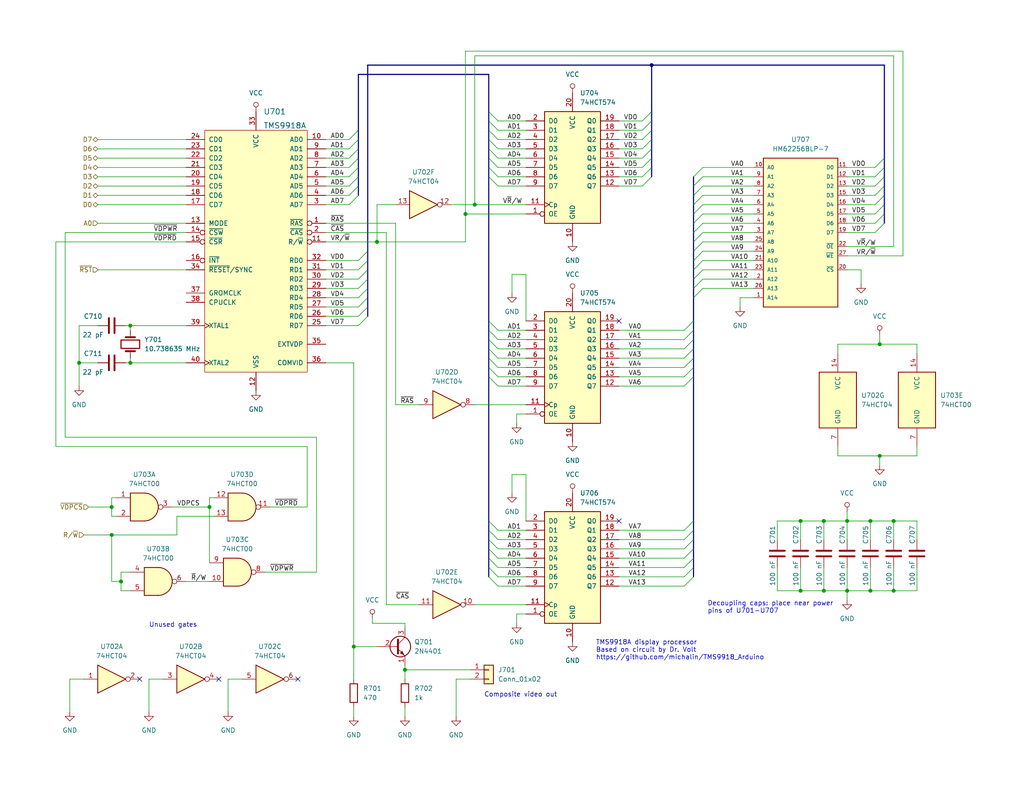
<source format=kicad_sch>
(kicad_sch (version 20211123) (generator eeschema)
  (paper "USLetter")
  (lib_symbols
    (symbol "74xx:74HCT00" (pin_names (offset 1.016))
      (property "Reference" "U" (at 0 1.27 0))
      (property "Value" "74HCT00" (at 0 -1.27 0))
      (symbol "74HCT00_1_1"
        (pin input line (at -7.62 2.54 0) (length 3.81) (name "~") (number "1"))
        (pin input line (at -7.62 -2.54 0) (length 3.81) (name "~") (number "2"))
        (pin output inverted (at 7.62 0 180) (length 3.81) (name "~") (number "3"))
      )
      (symbol "74HCT00_1_2"
        (pin input inverted (at -7.62 2.54 0) (length 4.318) (name "~") (number "1"))
        (pin input inverted (at -7.62 -2.54 0) (length 4.318) (name "~") (number "2"))
        (pin output line (at 7.62 0 180) (length 3.81) (name "~") (number "3"))
      )
      (symbol "74HCT00_2_1"
        (pin input line (at -7.62 2.54 0) (length 3.81) (name "~") (number "4"))
        (pin input line (at -7.62 -2.54 0) (length 3.81) (name "~") (number "5"))
        (pin output inverted (at 7.62 0 180) (length 3.81) (name "~") (number "6"))
      )
      (symbol "74HCT00_2_2"
        (pin input inverted (at -7.62 2.54 0) (length 4.318) (name "~") (number "4"))
        (pin input inverted (at -7.62 -2.54 0) (length 4.318) (name "~") (number "5"))
        (pin output line (at 7.62 0 180) (length 3.81) (name "~") (number "6"))
      )
      (symbol "74HCT00_3_1"
        (pin input line (at -7.62 -2.54 0) (length 3.81) (name "~") (number "10"))
        (pin output inverted (at 7.62 0 180) (length 3.81) (name "~") (number "8"))
        (pin input line (at -7.62 2.54 0) (length 3.81) (name "~") (number "9"))
      )
      (symbol "74HCT00_3_2"
        (pin input inverted (at -7.62 -2.54 0) (length 4.318) (name "~") (number "10"))
        (pin output line (at 7.62 0 180) (length 3.81) (name "~") (number "8"))
        (pin input inverted (at -7.62 2.54 0) (length 4.318) (name "~") (number "9"))
      )
      (symbol "74HCT00_4_1"
        (pin output inverted (at 7.62 0 180) (length 3.81) (name "~") (number "11"))
        (pin input line (at -7.62 2.54 0) (length 3.81) (name "~") (number "12"))
        (pin input line (at -7.62 -2.54 0) (length 3.81) (name "~") (number "13"))
      )
      (symbol "74HCT00_4_2"
        (pin output line (at 7.62 0 180) (length 3.81) (name "~") (number "11"))
        (pin input inverted (at -7.62 2.54 0) (length 4.318) (name "~") (number "12"))
        (pin input inverted (at -7.62 -2.54 0) (length 4.318) (name "~") (number "13"))
      )
      (symbol "74HCT00_5_0"
        (pin power_in line (at 0 12.7 270) (length 5.08) (name "VCC") (number "14"))
        (pin power_in line (at 0 -12.7 90) (length 5.08) (name "GND") (number "7"))
      )
    )
    (symbol "74xx:74HCT04" (pin_names (offset 1.016))
      (property "Reference" "U" (at 0 1.27 0))
      (property "Value" "74HCT04" (at 0 -1.27 0))
      (symbol "74HCT04_1_0"
        (pin input line (at -7.62 0 0) (length 3.81) (name "~") (number "1"))
        (pin output inverted (at 7.62 0 180) (length 3.81) (name "~") (number "2"))
      )
      (symbol "74HCT04_2_0"
        (pin input line (at -7.62 0 0) (length 3.81) (name "~") (number "3"))
        (pin output inverted (at 7.62 0 180) (length 3.81) (name "~") (number "4"))
      )
      (symbol "74HCT04_3_0"
        (pin input line (at -7.62 0 0) (length 3.81) (name "~") (number "5"))
        (pin output inverted (at 7.62 0 180) (length 3.81) (name "~") (number "6"))
      )
      (symbol "74HCT04_4_0"
        (pin output inverted (at 7.62 0 180) (length 3.81) (name "~") (number "8"))
        (pin input line (at -7.62 0 0) (length 3.81) (name "~") (number "9"))
      )
      (symbol "74HCT04_5_0"
        (pin output inverted (at 7.62 0 180) (length 3.81) (name "~") (number "10"))
        (pin input line (at -7.62 0 0) (length 3.81) (name "~") (number "11"))
      )
      (symbol "74HCT04_6_0"
        (pin output inverted (at 7.62 0 180) (length 3.81) (name "~") (number "12"))
        (pin input line (at -7.62 0 0) (length 3.81) (name "~") (number "13"))
      )
      (symbol "74HCT04_7_0"
        (pin power_in line (at 0 12.7 270) (length 5.08) (name "VCC") (number "14"))
        (pin power_in line (at 0 -12.7 90) (length 5.08) (name "GND") (number "7"))
      )
    )
    (symbol "74xx:74HCT574" (pin_names (offset 1.016))
      (property "Reference" "U" (at -7.62 16.51 0))
      (property "Value" "74HCT574" (at -7.62 -16.51 0))
      (symbol "74HCT574_1_0"
        (pin input inverted (at -12.7 -12.7 0) (length 5.08) (name "OE") (number "1"))
        (pin power_in line (at 0 -20.32 90) (length 5.08) (name "GND") (number "10"))
        (pin input clock (at -12.7 -10.16 0) (length 5.08) (name "Cp") (number "11"))
        (pin tri_state line (at 12.7 -5.08 180) (length 5.08) (name "Q7") (number "12"))
        (pin tri_state line (at 12.7 -2.54 180) (length 5.08) (name "Q6") (number "13"))
        (pin tri_state line (at 12.7 0 180) (length 5.08) (name "Q5") (number "14"))
        (pin tri_state line (at 12.7 2.54 180) (length 5.08) (name "Q4") (number "15"))
        (pin tri_state line (at 12.7 5.08 180) (length 5.08) (name "Q3") (number "16"))
        (pin tri_state line (at 12.7 7.62 180) (length 5.08) (name "Q2") (number "17"))
        (pin tri_state line (at 12.7 10.16 180) (length 5.08) (name "Q1") (number "18"))
        (pin tri_state line (at 12.7 12.7 180) (length 5.08) (name "Q0") (number "19"))
        (pin input line (at -12.7 12.7 0) (length 5.08) (name "D0") (number "2"))
        (pin power_in line (at 0 20.32 270) (length 5.08) (name "VCC") (number "20"))
        (pin input line (at -12.7 10.16 0) (length 5.08) (name "D1") (number "3"))
        (pin input line (at -12.7 7.62 0) (length 5.08) (name "D2") (number "4"))
        (pin input line (at -12.7 5.08 0) (length 5.08) (name "D3") (number "5"))
        (pin input line (at -12.7 2.54 0) (length 5.08) (name "D4") (number "6"))
        (pin input line (at -12.7 0 0) (length 5.08) (name "D5") (number "7"))
        (pin input line (at -12.7 -2.54 0) (length 5.08) (name "D6") (number "8"))
        (pin input line (at -12.7 -5.08 0) (length 5.08) (name "D7") (number "9"))
      )
    )
    (symbol "Connector_Generic:Conn_01x02" (pin_names (offset 1.016) hide)
      (property "Reference" "J" (at 0 2.54 0))
      (property "Value" "Conn_01x02" (at 0 -5.08 0))
      (symbol "Conn_01x02_1_1"
        (pin passive line (at -5.08 0 0) (length 3.81) (name "Pin_1") (number "1"))
        (pin passive line (at -5.08 -2.54 0) (length 3.81) (name "Pin_2") (number "2"))
      )
    )
    (symbol "TMS9918:TMS9918A" (pin_names (offset 1.016))
      (property "Reference" "U" (at -12.7 35.56 0))
      (property "Value" "TMS9918A" (at 8.89 -35.56 0))
      (symbol "TMS9918A_1_1"
        (pin output inverted (at 19.05 7.62 180) (length 5.08) (name "~{RAS}") (number "1"))
        (pin output line (at 19.05 30.48 180) (length 5.08) (name "AD0") (number "10"))
        (pin output inverted (at 19.05 2.54 180) (length 5.08) (name "R/~{W}") (number "11"))
        (pin power_in line (at 0 -38.1 90) (length 5.08) (name "VSS") (number "12"))
        (pin input line (at -19.05 7.62 0) (length 5.08) (name "MODE") (number "13"))
        (pin input inverted (at -19.05 5.08 0) (length 5.08) (name "~{CSW}") (number "14"))
        (pin input inverted (at -19.05 2.54 0) (length 5.08) (name "~{CSR}") (number "15"))
        (pin output inverted (at -19.05 -2.54 0) (length 5.08) (name "~{INT}") (number "16"))
        (pin bidirectional line (at -19.05 12.7 0) (length 5.08) (name "CD7") (number "17"))
        (pin bidirectional line (at -19.05 15.24 0) (length 5.08) (name "CD6") (number "18"))
        (pin bidirectional line (at -19.05 17.78 0) (length 5.08) (name "CD5") (number "19"))
        (pin output inverted (at 19.05 5.08 180) (length 5.08) (name "~{CAS}") (number "2"))
        (pin bidirectional line (at -19.05 20.32 0) (length 5.08) (name "CD4") (number "20"))
        (pin bidirectional line (at -19.05 22.86 0) (length 5.08) (name "CD3") (number "21"))
        (pin bidirectional line (at -19.05 25.4 0) (length 5.08) (name "CD2") (number "22"))
        (pin bidirectional line (at -19.05 27.94 0) (length 5.08) (name "CD1") (number "23"))
        (pin bidirectional line (at -19.05 30.48 0) (length 5.08) (name "CD0") (number "24"))
        (pin input line (at 19.05 -20.32 180) (length 5.08) (name "RD7") (number "25"))
        (pin input line (at 19.05 -17.78 180) (length 5.08) (name "RD6") (number "26"))
        (pin input line (at 19.05 -15.24 180) (length 5.08) (name "RD5") (number "27"))
        (pin input line (at 19.05 -12.7 180) (length 5.08) (name "RD4") (number "28"))
        (pin input line (at 19.05 -10.16 180) (length 5.08) (name "RD3") (number "29"))
        (pin output line (at 19.05 12.7 180) (length 5.08) (name "AD7") (number "3"))
        (pin input line (at 19.05 -7.62 180) (length 5.08) (name "RD2") (number "30"))
        (pin input line (at 19.05 -5.08 180) (length 5.08) (name "RD1") (number "31"))
        (pin input line (at 19.05 -2.54 180) (length 5.08) (name "RD0") (number "32"))
        (pin power_in line (at 0 38.1 270) (length 5.08) (name "VCC") (number "33"))
        (pin input line (at -19.05 -5.08 0) (length 5.08) (name "~{RESET}/SYNC") (number "34"))
        (pin bidirectional line (at 19.05 -25.4 180) (length 5.08) (name "EXTVDP") (number "35"))
        (pin output line (at 19.05 -30.48 180) (length 5.08) (name "COMVID") (number "36"))
        (pin output line (at -19.05 -11.43 0) (length 5.08) (name "GROMCLK") (number "37"))
        (pin output line (at -19.05 -13.97 0) (length 5.08) (name "CPUCLK") (number "38"))
        (pin input clock (at -19.05 -20.32 0) (length 5.08) (name "XTAL1") (number "39"))
        (pin output line (at 19.05 15.24 180) (length 5.08) (name "AD6") (number "4"))
        (pin input clock (at -19.05 -30.48 0) (length 5.08) (name "XTAL2") (number "40"))
        (pin output line (at 19.05 17.78 180) (length 5.08) (name "AD5") (number "5"))
        (pin output line (at 19.05 20.32 180) (length 5.08) (name "AD4") (number "6"))
        (pin output line (at 19.05 22.86 180) (length 5.08) (name "AD3") (number "7"))
        (pin output line (at 19.05 25.4 180) (length 5.08) (name "AD2") (number "8"))
        (pin output line (at 19.05 27.94 180) (length 5.08) (name "AD1") (number "9"))
      )
    )
    (symbol "device:C" (pin_numbers hide) (pin_names (offset 0.254))
      (property "Reference" "C" (at 0.635 2.54 0))
      (property "Value" "C" (at 0.635 -2.54 0))
      (symbol "C_1_1"
        (pin passive line (at 0 3.81 270) (length 2.794) (name "~") (number "1"))
        (pin passive line (at 0 -3.81 90) (length 2.794) (name "~") (number "2"))
      )
    )
    (symbol "device:Crystal" (pin_numbers hide) (pin_names (offset 1.016) hide)
      (property "Reference" "Y" (at 0 3.81 0))
      (property "Value" "Crystal" (at 0 -3.81 0))
      (symbol "Crystal_1_1"
        (pin passive line (at -3.81 0 0) (length 1.27) (name "1") (number "1"))
        (pin passive line (at 3.81 0 180) (length 1.27) (name "2") (number "2"))
      )
    )
    (symbol "device:Q_NPN_EBC" (pin_names (offset 0) hide)
      (property "Reference" "Q" (at 5.08 1.27 0))
      (property "Value" "Q_NPN_EBC" (at 5.08 -1.27 0))
      (symbol "Q_NPN_EBC_1_1"
        (pin passive line (at 2.54 -5.08 90) (length 2.54) (name "E") (number "1"))
        (pin passive line (at -5.08 0 0) (length 5.715) (name "B") (number "2"))
        (pin passive line (at 2.54 5.08 270) (length 2.54) (name "C") (number "3"))
      )
    )
    (symbol "device:R" (pin_numbers hide) (pin_names (offset 0))
      (property "Reference" "R" (at 2.032 0 90))
      (property "Value" "R" (at 0 0 90))
      (symbol "R_1_1"
        (pin passive line (at 0 3.81 270) (length 1.27) (name "~") (number "1"))
        (pin passive line (at 0 -3.81 90) (length 1.27) (name "~") (number "2"))
      )
    )
    (symbol "memory:HM62256BLP-7" (pin_names (offset 1.016))
      (property "Reference" "U" (at -7.62 22.86 0))
      (property "Value" "HM62256BLP-7" (at 10.16 -20.32 0))
      (symbol "HM62256BLP-7_0_0"
        (pin power_in line (at 0 -20.32 90) (length 1.27) hide (name "GND") (number "14"))
        (pin power_in line (at 0 22.86 270) (length 1.27) hide (name "VCC") (number "28"))
      )
      (symbol "HM62256BLP-7_1_1"
        (pin input line (at -12.7 -16.51 0) (length 2.54) (name "A14") (number "1"))
        (pin input line (at -12.7 19.05 0) (length 2.54) (name "A0") (number "10"))
        (pin tri_state line (at 12.7 19.05 180) (length 2.54) (name "D0") (number "11"))
        (pin tri_state line (at 12.7 16.51 180) (length 2.54) (name "D1") (number "12"))
        (pin tri_state line (at 12.7 13.97 180) (length 2.54) (name "D2") (number "13"))
        (pin tri_state line (at 12.7 11.43 180) (length 2.54) (name "D3") (number "15"))
        (pin tri_state line (at 12.7 8.89 180) (length 2.54) (name "D4") (number "16"))
        (pin tri_state line (at 12.7 6.35 180) (length 2.54) (name "D5") (number "17"))
        (pin tri_state line (at 12.7 3.81 180) (length 2.54) (name "D6") (number "18"))
        (pin tri_state line (at 12.7 1.27 180) (length 2.54) (name "D7") (number "19"))
        (pin input line (at -12.7 -11.43 0) (length 2.54) (name "A12") (number "2"))
        (pin input line (at 12.7 -8.89 180) (length 2.54) (name "~{CS}") (number "20"))
        (pin input line (at -12.7 -6.35 0) (length 2.54) (name "A10") (number "21"))
        (pin input line (at 12.7 -2.54 180) (length 2.54) (name "~{OE}") (number "22"))
        (pin input line (at -12.7 -8.89 0) (length 2.54) (name "A11") (number "23"))
        (pin input line (at -12.7 -3.81 0) (length 2.54) (name "A9") (number "24"))
        (pin input line (at -12.7 -1.27 0) (length 2.54) (name "A8") (number "25"))
        (pin input line (at -12.7 -13.97 0) (length 2.54) (name "A13") (number "26"))
        (pin input line (at 12.7 -5.08 180) (length 2.54) (name "~{WE}") (number "27"))
        (pin input line (at -12.7 1.27 0) (length 2.54) (name "A7") (number "3"))
        (pin input line (at -12.7 3.81 0) (length 2.54) (name "A6") (number "4"))
        (pin input line (at -12.7 6.35 0) (length 2.54) (name "A5") (number "5"))
        (pin input line (at -12.7 8.89 0) (length 2.54) (name "A4") (number "6"))
        (pin input line (at -12.7 11.43 0) (length 2.54) (name "A3") (number "7"))
        (pin input line (at -12.7 13.97 0) (length 2.54) (name "A2") (number "8"))
        (pin input line (at -12.7 16.51 0) (length 2.54) (name "A1") (number "9"))
      )
    )
    (symbol "power:GND" (power) (pin_names (offset 0))
      (property "Value" "GND" (at 0 -3.81 0))
      (symbol "GND_1_1"
        (pin power_in line (at 0 0 270) (length 0) hide (name "GND") (number "1"))
      )
    )
    (symbol "power:VCC" (power) (pin_names (offset 0))
      (property "Value" "VCC" (at 0 3.81 0))
      (symbol "VCC_1_1"
        (pin power_in line (at 0 0 90) (length 0) hide (name "VCC") (number "1"))
      )
    )
  )
  (junction (at 231.14 161.29))
  (junction (at 231.14 142.24))
  (junction (at 21.59 99.06))
  (junction (at 237.49 161.29))
  (junction (at 35.56 88.9))
  (junction (at 127 58.42))
  (junction (at 129.54 55.88))
  (junction (at 224.79 161.29))
  (junction (at 240.03 124.46))
  (junction (at 102.87 66.04))
  (junction (at 237.49 142.24))
  (junction (at 96.52 176.53))
  (junction (at 30.48 146.05))
  (junction (at 218.44 142.24))
  (junction (at 240.03 93.98))
  (junction (at 243.84 161.29))
  (junction (at 224.79 142.24))
  (junction (at 243.84 142.24))
  (junction (at 57.15 138.43))
  (junction (at 218.44 161.29))
  (junction (at 110.49 182.88))
  (junction (at 30.48 138.43))
  (junction (at 33.02 158.75))
  (junction (at 35.56 99.06))
  (junction (at 177.8 17.78))
  (no_connect (at 168.91 87.63))
  (no_connect (at 38.1 185.42))
  (no_connect (at 168.91 142.24))
  (no_connect (at 81.28 185.42))
  (no_connect (at 59.69 185.42))
  (bus_entry (at 186.69 105.41) (size 2.54 -2.54))
  (bus_entry (at 133.35 95.25) (size 2.54 2.54))
  (bus_entry (at 133.35 30.48) (size 2.54 2.54))
  (bus_entry (at 238.76 50.8) (size 2.54 -2.54))
  (bus_entry (at 95.25 48.26) (size 2.54 -2.54))
  (bus_entry (at 189.23 78.74) (size 2.54 -2.54))
  (bus_entry (at 97.79 88.9) (size 2.54 -2.54))
  (bus_entry (at 238.76 60.96) (size 2.54 -2.54))
  (bus_entry (at 186.69 154.94) (size 2.54 -2.54))
  (bus_entry (at 133.35 100.33) (size 2.54 2.54))
  (bus_entry (at 186.69 92.71) (size 2.54 -2.54))
  (bus_entry (at 97.79 73.66) (size 2.54 -2.54))
  (bus_entry (at 238.76 58.42) (size 2.54 -2.54))
  (bus_entry (at 186.69 95.25) (size 2.54 -2.54))
  (bus_entry (at 133.35 97.79) (size 2.54 2.54))
  (bus_entry (at 238.76 48.26) (size 2.54 -2.54))
  (bus_entry (at 175.26 43.18) (size 2.54 -2.54))
  (bus_entry (at 175.26 33.02) (size 2.54 -2.54))
  (bus_entry (at 175.26 40.64) (size 2.54 -2.54))
  (bus_entry (at 97.79 86.36) (size 2.54 -2.54))
  (bus_entry (at 186.69 149.86) (size 2.54 -2.54))
  (bus_entry (at 189.23 53.34) (size 2.54 -2.54))
  (bus_entry (at 133.35 48.26) (size 2.54 2.54))
  (bus_entry (at 95.25 38.1) (size 2.54 -2.54))
  (bus_entry (at 97.79 71.12) (size 2.54 -2.54))
  (bus_entry (at 97.79 83.82) (size 2.54 -2.54))
  (bus_entry (at 189.23 68.58) (size 2.54 -2.54))
  (bus_entry (at 95.25 45.72) (size 2.54 -2.54))
  (bus_entry (at 95.25 43.18) (size 2.54 -2.54))
  (bus_entry (at 133.35 45.72) (size 2.54 2.54))
  (bus_entry (at 186.69 157.48) (size 2.54 -2.54))
  (bus_entry (at 238.76 53.34) (size 2.54 -2.54))
  (bus_entry (at 186.69 147.32) (size 2.54 -2.54))
  (bus_entry (at 133.35 149.86) (size 2.54 2.54))
  (bus_entry (at 97.79 78.74) (size 2.54 -2.54))
  (bus_entry (at 133.35 90.17) (size 2.54 2.54))
  (bus_entry (at 186.69 144.78) (size 2.54 -2.54))
  (bus_entry (at 189.23 60.96) (size 2.54 -2.54))
  (bus_entry (at 133.35 144.78) (size 2.54 2.54))
  (bus_entry (at 175.26 48.26) (size 2.54 -2.54))
  (bus_entry (at 189.23 66.04) (size 2.54 -2.54))
  (bus_entry (at 189.23 73.66) (size 2.54 -2.54))
  (bus_entry (at 189.23 58.42) (size 2.54 -2.54))
  (bus_entry (at 189.23 63.5) (size 2.54 -2.54))
  (bus_entry (at 133.35 154.94) (size 2.54 2.54))
  (bus_entry (at 133.35 152.4) (size 2.54 2.54))
  (bus_entry (at 133.35 33.02) (size 2.54 2.54))
  (bus_entry (at 189.23 81.28) (size 2.54 -2.54))
  (bus_entry (at 189.23 48.26) (size 2.54 -2.54))
  (bus_entry (at 189.23 55.88) (size 2.54 -2.54))
  (bus_entry (at 186.69 100.33) (size 2.54 -2.54))
  (bus_entry (at 189.23 71.12) (size 2.54 -2.54))
  (bus_entry (at 186.69 152.4) (size 2.54 -2.54))
  (bus_entry (at 186.69 102.87) (size 2.54 -2.54))
  (bus_entry (at 189.23 76.2) (size 2.54 -2.54))
  (bus_entry (at 133.35 43.18) (size 2.54 2.54))
  (bus_entry (at 133.35 40.64) (size 2.54 2.54))
  (bus_entry (at 186.69 90.17) (size 2.54 -2.54))
  (bus_entry (at 97.79 76.2) (size 2.54 -2.54))
  (bus_entry (at 95.25 50.8) (size 2.54 -2.54))
  (bus_entry (at 189.23 50.8) (size 2.54 -2.54))
  (bus_entry (at 186.69 97.79) (size 2.54 -2.54))
  (bus_entry (at 95.25 53.34) (size 2.54 -2.54))
  (bus_entry (at 175.26 35.56) (size 2.54 -2.54))
  (bus_entry (at 175.26 50.8) (size 2.54 -2.54))
  (bus_entry (at 133.35 87.63) (size 2.54 2.54))
  (bus_entry (at 95.25 40.64) (size 2.54 -2.54))
  (bus_entry (at 133.35 102.87) (size 2.54 2.54))
  (bus_entry (at 238.76 45.72) (size 2.54 -2.54))
  (bus_entry (at 133.35 92.71) (size 2.54 2.54))
  (bus_entry (at 133.35 142.24) (size 2.54 2.54))
  (bus_entry (at 238.76 55.88) (size 2.54 -2.54))
  (bus_entry (at 97.79 81.28) (size 2.54 -2.54))
  (bus_entry (at 238.76 63.5) (size 2.54 -2.54))
  (bus_entry (at 175.26 38.1) (size 2.54 -2.54))
  (bus_entry (at 133.35 147.32) (size 2.54 2.54))
  (bus_entry (at 133.35 35.56) (size 2.54 2.54))
  (bus_entry (at 175.26 45.72) (size 2.54 -2.54))
  (bus_entry (at 95.25 55.88) (size 2.54 -2.54))
  (bus_entry (at 133.35 157.48) (size 2.54 2.54))
  (bus_entry (at 186.69 160.02) (size 2.54 -2.54))
  (bus_entry (at 133.35 38.1) (size 2.54 2.54))
  (wire (pts (xy 57.15 138.43) (xy 57.15 153.67)))
  (wire (pts (xy 30.48 146.05) (xy 48.26 146.05)))
  (bus (pts (xy 133.35 90.17) (xy 133.35 92.71)))
  (wire (pts (xy 88.9 48.26) (xy 95.25 48.26)))
  (wire (pts (xy 21.59 99.06) (xy 21.59 105.41)))
  (bus (pts (xy 241.3 50.8) (xy 241.3 48.26)))
  (bus (pts (xy 189.23 142.24) (xy 189.23 144.78)))
  (bus (pts (xy 133.35 33.02) (xy 133.35 35.56)))
  (wire (pts (xy 102.87 55.88) (xy 107.95 55.88)))
  (wire (pts (xy 26.67 88.9) (xy 21.59 88.9)))
  (wire (pts (xy 15.24 66.04) (xy 50.8 66.04)))
  (wire (pts (xy 191.77 71.12) (xy 205.74 71.12)))
  (bus (pts (xy 241.3 43.18) (xy 241.3 17.78)))
  (wire (pts (xy 224.79 154.94) (xy 224.79 161.29)))
  (wire (pts (xy 168.91 35.56) (xy 175.26 35.56)))
  (wire (pts (xy 243.84 161.29) (xy 250.19 161.29)))
  (wire (pts (xy 102.87 66.04) (xy 102.87 55.88)))
  (wire (pts (xy 88.9 83.82) (xy 97.79 83.82)))
  (wire (pts (xy 88.9 81.28) (xy 97.79 81.28)))
  (wire (pts (xy 83.82 138.43) (xy 83.82 121.92)))
  (wire (pts (xy 234.95 73.66) (xy 234.95 77.47)))
  (wire (pts (xy 72.39 156.21) (xy 86.36 156.21)))
  (wire (pts (xy 21.59 99.06) (xy 26.67 99.06)))
  (wire (pts (xy 224.79 142.24) (xy 231.14 142.24)))
  (wire (pts (xy 135.89 45.72) (xy 143.51 45.72)))
  (wire (pts (xy 135.89 50.8) (xy 143.51 50.8)))
  (bus (pts (xy 189.23 102.87) (xy 189.23 142.24)))
  (wire (pts (xy 88.9 78.74) (xy 97.79 78.74)))
  (wire (pts (xy 102.87 176.53) (xy 96.52 176.53)))
  (wire (pts (xy 143.51 129.54) (xy 143.51 142.24)))
  (bus (pts (xy 100.33 83.82) (xy 100.33 86.36)))
  (wire (pts (xy 88.9 73.66) (xy 97.79 73.66)))
  (wire (pts (xy 237.49 161.29) (xy 243.84 161.29)))
  (wire (pts (xy 168.91 102.87) (xy 186.69 102.87)))
  (wire (pts (xy 50.8 158.75) (xy 57.15 158.75)))
  (bus (pts (xy 241.3 53.34) (xy 241.3 50.8)))
  (wire (pts (xy 34.29 99.06) (xy 35.56 99.06)))
  (wire (pts (xy 110.49 181.61) (xy 110.49 182.88)))
  (wire (pts (xy 110.49 182.88) (xy 128.27 182.88)))
  (wire (pts (xy 26.67 53.34) (xy 50.8 53.34)))
  (bus (pts (xy 133.35 154.94) (xy 133.35 157.48)))
  (wire (pts (xy 96.52 99.06) (xy 88.9 99.06)))
  (wire (pts (xy 22.86 185.42) (xy 19.05 185.42)))
  (bus (pts (xy 189.23 60.96) (xy 189.23 63.5)))
  (wire (pts (xy 168.91 95.25) (xy 186.69 95.25)))
  (wire (pts (xy 191.77 68.58) (xy 205.74 68.58)))
  (wire (pts (xy 228.6 96.52) (xy 228.6 93.98)))
  (wire (pts (xy 168.91 33.02) (xy 175.26 33.02)))
  (bus (pts (xy 100.33 71.12) (xy 100.33 73.66)))
  (wire (pts (xy 135.89 105.41) (xy 143.51 105.41)))
  (wire (pts (xy 30.48 158.75) (xy 33.02 158.75)))
  (wire (pts (xy 191.77 58.42) (xy 205.74 58.42)))
  (wire (pts (xy 191.77 66.04) (xy 205.74 66.04)))
  (wire (pts (xy 110.49 182.88) (xy 110.49 185.42)))
  (wire (pts (xy 168.91 90.17) (xy 186.69 90.17)))
  (bus (pts (xy 133.35 40.64) (xy 133.35 43.18)))
  (wire (pts (xy 135.89 160.02) (xy 143.51 160.02)))
  (bus (pts (xy 241.3 48.26) (xy 241.3 45.72)))
  (wire (pts (xy 168.91 48.26) (xy 175.26 48.26)))
  (bus (pts (xy 241.3 45.72) (xy 241.3 43.18)))
  (wire (pts (xy 143.51 58.42) (xy 127 58.42)))
  (wire (pts (xy 231.14 73.66) (xy 234.95 73.66)))
  (wire (pts (xy 231.14 58.42) (xy 238.76 58.42)))
  (bus (pts (xy 97.79 50.8) (xy 97.79 53.34)))
  (wire (pts (xy 44.45 185.42) (xy 40.64 185.42)))
  (wire (pts (xy 129.54 55.88) (xy 143.51 55.88)))
  (bus (pts (xy 177.8 45.72) (xy 177.8 48.26)))
  (wire (pts (xy 57.15 135.89) (xy 57.15 138.43)))
  (bus (pts (xy 177.8 38.1) (xy 177.8 40.64)))
  (wire (pts (xy 140.97 167.64) (xy 140.97 170.18)))
  (wire (pts (xy 96.52 176.53) (xy 96.52 99.06)))
  (wire (pts (xy 168.91 43.18) (xy 175.26 43.18)))
  (wire (pts (xy 218.44 161.29) (xy 224.79 161.29)))
  (wire (pts (xy 250.19 161.29) (xy 250.19 154.94)))
  (bus (pts (xy 133.35 95.25) (xy 133.35 97.79)))
  (wire (pts (xy 66.04 185.42) (xy 62.23 185.42)))
  (wire (pts (xy 231.14 139.7) (xy 231.14 142.24)))
  (wire (pts (xy 101.6 168.91) (xy 101.6 170.18)))
  (wire (pts (xy 30.48 140.97) (xy 30.48 138.43)))
  (wire (pts (xy 168.91 152.4) (xy 186.69 152.4)))
  (wire (pts (xy 24.13 138.43) (xy 30.48 138.43)))
  (wire (pts (xy 35.56 88.9) (xy 35.56 90.17)))
  (bus (pts (xy 133.35 92.71) (xy 133.35 95.25)))
  (wire (pts (xy 191.77 45.72) (xy 205.74 45.72)))
  (wire (pts (xy 228.6 124.46) (xy 240.03 124.46)))
  (wire (pts (xy 218.44 142.24) (xy 218.44 147.32)))
  (wire (pts (xy 107.95 110.49) (xy 107.95 60.96)))
  (bus (pts (xy 189.23 66.04) (xy 189.23 68.58)))
  (wire (pts (xy 30.48 146.05) (xy 30.48 158.75)))
  (wire (pts (xy 21.59 88.9) (xy 21.59 99.06)))
  (wire (pts (xy 22.86 146.05) (xy 30.48 146.05)))
  (wire (pts (xy 34.29 88.9) (xy 35.56 88.9)))
  (wire (pts (xy 35.56 97.79) (xy 35.56 99.06)))
  (wire (pts (xy 240.03 91.44) (xy 240.03 93.98)))
  (wire (pts (xy 129.54 165.1) (xy 143.51 165.1)))
  (wire (pts (xy 201.93 81.28) (xy 205.74 81.28)))
  (bus (pts (xy 189.23 90.17) (xy 189.23 92.71)))
  (bus (pts (xy 241.3 60.96) (xy 241.3 58.42)))
  (wire (pts (xy 250.19 142.24) (xy 250.19 147.32)))
  (bus (pts (xy 177.8 35.56) (xy 177.8 38.1)))
  (wire (pts (xy 228.6 121.92) (xy 228.6 124.46)))
  (wire (pts (xy 26.67 40.64) (xy 50.8 40.64)))
  (wire (pts (xy 88.9 55.88) (xy 95.25 55.88)))
  (bus (pts (xy 97.79 38.1) (xy 97.79 40.64)))
  (wire (pts (xy 191.77 55.88) (xy 205.74 55.88)))
  (wire (pts (xy 231.14 69.85) (xy 246.38 69.85)))
  (wire (pts (xy 26.67 38.1) (xy 50.8 38.1)))
  (bus (pts (xy 133.35 30.48) (xy 133.35 33.02)))
  (wire (pts (xy 168.91 144.78) (xy 186.69 144.78)))
  (wire (pts (xy 168.91 149.86) (xy 186.69 149.86)))
  (wire (pts (xy 124.46 185.42) (xy 128.27 185.42)))
  (bus (pts (xy 189.23 48.26) (xy 189.23 50.8)))
  (wire (pts (xy 110.49 171.45) (xy 110.49 170.18)))
  (bus (pts (xy 133.35 142.24) (xy 133.35 144.78)))
  (bus (pts (xy 189.23 144.78) (xy 189.23 147.32)))
  (wire (pts (xy 231.14 142.24) (xy 231.14 147.32)))
  (wire (pts (xy 231.14 55.88) (xy 238.76 55.88)))
  (wire (pts (xy 135.89 97.79) (xy 143.51 97.79)))
  (wire (pts (xy 88.9 86.36) (xy 97.79 86.36)))
  (wire (pts (xy 135.89 147.32) (xy 143.51 147.32)))
  (wire (pts (xy 135.89 100.33) (xy 143.51 100.33)))
  (wire (pts (xy 46.99 138.43) (xy 57.15 138.43)))
  (bus (pts (xy 133.35 45.72) (xy 133.35 48.26)))
  (wire (pts (xy 96.52 176.53) (xy 96.52 185.42)))
  (bus (pts (xy 189.23 50.8) (xy 189.23 53.34)))
  (wire (pts (xy 58.42 140.97) (xy 48.26 140.97)))
  (wire (pts (xy 231.14 45.72) (xy 238.76 45.72)))
  (wire (pts (xy 231.14 161.29) (xy 237.49 161.29)))
  (wire (pts (xy 140.97 113.03) (xy 140.97 115.57)))
  (wire (pts (xy 168.91 100.33) (xy 186.69 100.33)))
  (wire (pts (xy 135.89 43.18) (xy 143.51 43.18)))
  (wire (pts (xy 168.91 92.71) (xy 186.69 92.71)))
  (wire (pts (xy 240.03 124.46) (xy 250.19 124.46)))
  (wire (pts (xy 168.91 38.1) (xy 175.26 38.1)))
  (wire (pts (xy 237.49 142.24) (xy 237.49 147.32)))
  (bus (pts (xy 189.23 100.33) (xy 189.23 102.87)))
  (wire (pts (xy 135.89 38.1) (xy 143.51 38.1)))
  (bus (pts (xy 100.33 76.2) (xy 100.33 78.74)))
  (wire (pts (xy 127 13.97) (xy 127 58.42)))
  (wire (pts (xy 231.14 60.96) (xy 238.76 60.96)))
  (bus (pts (xy 133.35 48.26) (xy 133.35 87.63)))
  (wire (pts (xy 191.77 76.2) (xy 205.74 76.2)))
  (wire (pts (xy 212.09 142.24) (xy 218.44 142.24)))
  (bus (pts (xy 97.79 40.64) (xy 97.79 43.18)))
  (wire (pts (xy 191.77 48.26) (xy 205.74 48.26)))
  (wire (pts (xy 129.54 110.49) (xy 143.51 110.49)))
  (wire (pts (xy 127 58.42) (xy 127 66.04)))
  (wire (pts (xy 26.67 73.66) (xy 50.8 73.66)))
  (wire (pts (xy 62.23 185.42) (xy 62.23 194.31)))
  (wire (pts (xy 26.67 60.96) (xy 50.8 60.96)))
  (bus (pts (xy 133.35 144.78) (xy 133.35 147.32)))
  (wire (pts (xy 17.78 119.38) (xy 17.78 63.5)))
  (wire (pts (xy 168.91 50.8) (xy 175.26 50.8)))
  (wire (pts (xy 139.7 74.93) (xy 139.7 80.01)))
  (wire (pts (xy 135.89 152.4) (xy 143.51 152.4)))
  (wire (pts (xy 135.89 35.56) (xy 143.51 35.56)))
  (wire (pts (xy 139.7 129.54) (xy 143.51 129.54)))
  (wire (pts (xy 135.89 48.26) (xy 143.51 48.26)))
  (bus (pts (xy 100.33 81.28) (xy 100.33 83.82)))
  (wire (pts (xy 243.84 154.94) (xy 243.84 161.29)))
  (wire (pts (xy 127 66.04) (xy 102.87 66.04)))
  (bus (pts (xy 189.23 63.5) (xy 189.23 66.04)))
  (wire (pts (xy 33.02 158.75) (xy 33.02 161.29)))
  (bus (pts (xy 189.23 73.66) (xy 189.23 76.2)))
  (wire (pts (xy 168.91 154.94) (xy 186.69 154.94)))
  (wire (pts (xy 33.02 161.29) (xy 35.56 161.29)))
  (bus (pts (xy 97.79 20.32) (xy 133.35 20.32)))
  (wire (pts (xy 73.66 138.43) (xy 83.82 138.43)))
  (wire (pts (xy 143.51 74.93) (xy 143.51 87.63)))
  (bus (pts (xy 133.35 102.87) (xy 133.35 142.24)))
  (wire (pts (xy 31.75 135.89) (xy 30.48 135.89)))
  (bus (pts (xy 189.23 154.94) (xy 189.23 157.48)))
  (bus (pts (xy 133.35 97.79) (xy 133.35 100.33)))
  (wire (pts (xy 240.03 124.46) (xy 240.03 127)))
  (bus (pts (xy 189.23 97.79) (xy 189.23 100.33)))
  (wire (pts (xy 105.41 63.5) (xy 88.9 63.5)))
  (wire (pts (xy 231.14 154.94) (xy 231.14 161.29)))
  (bus (pts (xy 241.3 58.42) (xy 241.3 55.88)))
  (wire (pts (xy 114.3 165.1) (xy 105.41 165.1)))
  (wire (pts (xy 168.91 105.41) (xy 186.69 105.41)))
  (wire (pts (xy 228.6 93.98) (xy 240.03 93.98)))
  (bus (pts (xy 97.79 35.56) (xy 97.79 38.1)))
  (bus (pts (xy 133.35 38.1) (xy 133.35 40.64)))
  (bus (pts (xy 133.35 20.32) (xy 133.35 30.48)))
  (wire (pts (xy 246.38 13.97) (xy 127 13.97)))
  (wire (pts (xy 168.91 97.79) (xy 186.69 97.79)))
  (wire (pts (xy 107.95 60.96) (xy 88.9 60.96)))
  (bus (pts (xy 97.79 43.18) (xy 97.79 45.72)))
  (bus (pts (xy 133.35 35.56) (xy 133.35 38.1)))
  (wire (pts (xy 191.77 53.34) (xy 205.74 53.34)))
  (wire (pts (xy 26.67 43.18) (xy 50.8 43.18)))
  (bus (pts (xy 189.23 95.25) (xy 189.23 97.79)))
  (bus (pts (xy 133.35 100.33) (xy 133.35 102.87)))
  (bus (pts (xy 241.3 55.88) (xy 241.3 53.34)))
  (bus (pts (xy 133.35 149.86) (xy 133.35 152.4)))
  (wire (pts (xy 231.14 161.29) (xy 231.14 163.83)))
  (wire (pts (xy 218.44 142.24) (xy 224.79 142.24)))
  (bus (pts (xy 189.23 92.71) (xy 189.23 95.25)))
  (wire (pts (xy 231.14 142.24) (xy 237.49 142.24)))
  (wire (pts (xy 191.77 78.74) (xy 205.74 78.74)))
  (wire (pts (xy 88.9 71.12) (xy 97.79 71.12)))
  (bus (pts (xy 133.35 43.18) (xy 133.35 45.72)))
  (wire (pts (xy 88.9 76.2) (xy 97.79 76.2)))
  (wire (pts (xy 168.91 160.02) (xy 186.69 160.02)))
  (wire (pts (xy 224.79 161.29) (xy 231.14 161.29)))
  (wire (pts (xy 96.52 193.04) (xy 96.52 195.58)))
  (wire (pts (xy 88.9 53.34) (xy 95.25 53.34)))
  (wire (pts (xy 168.91 147.32) (xy 186.69 147.32)))
  (bus (pts (xy 133.35 147.32) (xy 133.35 149.86)))
  (bus (pts (xy 177.8 17.78) (xy 100.33 17.78)))
  (wire (pts (xy 86.36 119.38) (xy 17.78 119.38)))
  (wire (pts (xy 143.51 113.03) (xy 140.97 113.03)))
  (bus (pts (xy 177.8 40.64) (xy 177.8 43.18)))
  (wire (pts (xy 218.44 154.94) (xy 218.44 161.29)))
  (wire (pts (xy 88.9 43.18) (xy 95.25 43.18)))
  (bus (pts (xy 100.33 68.58) (xy 100.33 71.12)))
  (wire (pts (xy 88.9 66.04) (xy 102.87 66.04)))
  (wire (pts (xy 212.09 147.32) (xy 212.09 142.24)))
  (bus (pts (xy 133.35 152.4) (xy 133.35 154.94)))
  (bus (pts (xy 189.23 87.63) (xy 189.23 90.17)))
  (wire (pts (xy 135.89 90.17) (xy 143.51 90.17)))
  (wire (pts (xy 83.82 121.92) (xy 15.24 121.92)))
  (bus (pts (xy 100.33 17.78) (xy 100.33 68.58)))
  (bus (pts (xy 189.23 53.34) (xy 189.23 55.88)))
  (wire (pts (xy 243.84 142.24) (xy 250.19 142.24)))
  (wire (pts (xy 231.14 50.8) (xy 238.76 50.8)))
  (bus (pts (xy 189.23 147.32) (xy 189.23 149.86)))
  (bus (pts (xy 189.23 78.74) (xy 189.23 81.28)))
  (wire (pts (xy 212.09 154.94) (xy 212.09 161.29)))
  (wire (pts (xy 240.03 93.98) (xy 250.19 93.98)))
  (wire (pts (xy 88.9 88.9) (xy 97.79 88.9)))
  (wire (pts (xy 139.7 74.93) (xy 143.51 74.93)))
  (wire (pts (xy 231.14 67.31) (xy 243.84 67.31)))
  (wire (pts (xy 191.77 60.96) (xy 205.74 60.96)))
  (wire (pts (xy 135.89 154.94) (xy 143.51 154.94)))
  (wire (pts (xy 135.89 144.78) (xy 143.51 144.78)))
  (wire (pts (xy 35.56 156.21) (xy 33.02 156.21)))
  (wire (pts (xy 26.67 55.88) (xy 50.8 55.88)))
  (wire (pts (xy 129.54 15.24) (xy 129.54 55.88)))
  (bus (pts (xy 97.79 45.72) (xy 97.79 48.26)))
  (wire (pts (xy 135.89 95.25) (xy 143.51 95.25)))
  (bus (pts (xy 189.23 71.12) (xy 189.23 73.66)))
  (bus (pts (xy 189.23 58.42) (xy 189.23 60.96)))
  (bus (pts (xy 177.8 30.48) (xy 177.8 33.02)))
  (wire (pts (xy 231.14 48.26) (xy 238.76 48.26)))
  (wire (pts (xy 88.9 40.64) (xy 95.25 40.64)))
  (wire (pts (xy 123.19 55.88) (xy 129.54 55.88)))
  (wire (pts (xy 30.48 135.89) (xy 30.48 138.43)))
  (wire (pts (xy 231.14 53.34) (xy 238.76 53.34)))
  (wire (pts (xy 17.78 63.5) (xy 50.8 63.5)))
  (wire (pts (xy 212.09 161.29) (xy 218.44 161.29)))
  (wire (pts (xy 250.19 93.98) (xy 250.19 96.52)))
  (bus (pts (xy 189.23 68.58) (xy 189.23 71.12)))
  (bus (pts (xy 100.33 78.74) (xy 100.33 81.28)))
  (wire (pts (xy 35.56 88.9) (xy 50.8 88.9)))
  (bus (pts (xy 100.33 73.66) (xy 100.33 76.2)))
  (wire (pts (xy 33.02 156.21) (xy 33.02 158.75)))
  (wire (pts (xy 243.84 67.31) (xy 243.84 15.24)))
  (wire (pts (xy 139.7 129.54) (xy 139.7 134.62)))
  (wire (pts (xy 191.77 73.66) (xy 205.74 73.66)))
  (wire (pts (xy 143.51 167.64) (xy 140.97 167.64)))
  (wire (pts (xy 88.9 50.8) (xy 95.25 50.8)))
  (wire (pts (xy 135.89 92.71) (xy 143.51 92.71)))
  (wire (pts (xy 168.91 45.72) (xy 175.26 45.72)))
  (bus (pts (xy 189.23 149.86) (xy 189.23 152.4)))
  (wire (pts (xy 191.77 50.8) (xy 205.74 50.8)))
  (wire (pts (xy 168.91 40.64) (xy 175.26 40.64)))
  (wire (pts (xy 88.9 45.72) (xy 95.25 45.72)))
  (wire (pts (xy 114.3 110.49) (xy 107.95 110.49)))
  (wire (pts (xy 191.77 63.5) (xy 205.74 63.5)))
  (wire (pts (xy 48.26 140.97) (xy 48.26 146.05)))
  (bus (pts (xy 189.23 76.2) (xy 189.23 78.74)))
  (wire (pts (xy 26.67 48.26) (xy 50.8 48.26)))
  (bus (pts (xy 97.79 48.26) (xy 97.79 50.8)))
  (wire (pts (xy 135.89 102.87) (xy 143.51 102.87)))
  (wire (pts (xy 135.89 40.64) (xy 143.51 40.64)))
  (wire (pts (xy 201.93 81.28) (xy 201.93 83.82)))
  (bus (pts (xy 177.8 33.02) (xy 177.8 35.56)))
  (bus (pts (xy 177.8 43.18) (xy 177.8 45.72)))
  (wire (pts (xy 237.49 154.94) (xy 237.49 161.29)))
  (wire (pts (xy 26.67 50.8) (xy 50.8 50.8)))
  (bus (pts (xy 97.79 20.32) (xy 97.79 35.56)))
  (wire (pts (xy 243.84 15.24) (xy 129.54 15.24)))
  (wire (pts (xy 26.67 45.72) (xy 50.8 45.72)))
  (wire (pts (xy 124.46 185.42) (xy 124.46 195.58)))
  (wire (pts (xy 231.14 63.5) (xy 238.76 63.5)))
  (wire (pts (xy 15.24 121.92) (xy 15.24 66.04)))
  (wire (pts (xy 110.49 193.04) (xy 110.49 195.58)))
  (bus (pts (xy 189.23 152.4) (xy 189.23 154.94)))
  (wire (pts (xy 237.49 142.24) (xy 243.84 142.24)))
  (wire (pts (xy 40.64 185.42) (xy 40.64 194.31)))
  (wire (pts (xy 250.19 124.46) (xy 250.19 121.92)))
  (wire (pts (xy 135.89 33.02) (xy 143.51 33.02)))
  (wire (pts (xy 168.91 157.48) (xy 186.69 157.48)))
  (wire (pts (xy 135.89 149.86) (xy 143.51 149.86)))
  (bus (pts (xy 241.3 17.78) (xy 177.8 17.78)))
  (bus (pts (xy 133.35 87.63) (xy 133.35 90.17)))
  (wire (pts (xy 105.41 165.1) (xy 105.41 63.5)))
  (bus (pts (xy 189.23 55.88) (xy 189.23 58.42)))
  (wire (pts (xy 35.56 99.06) (xy 50.8 99.06)))
  (wire (pts (xy 86.36 156.21) (xy 86.36 119.38)))
  (bus (pts (xy 189.23 81.28) (xy 189.23 87.63)))
  (wire (pts (xy 135.89 157.48) (xy 143.51 157.48)))
  (wire (pts (xy 224.79 142.24) (xy 224.79 147.32)))
  (wire (pts (xy 243.84 142.24) (xy 243.84 147.32)))
  (wire (pts (xy 19.05 185.42) (xy 19.05 194.31)))
  (wire (pts (xy 88.9 38.1) (xy 95.25 38.1)))
  (wire (pts (xy 31.75 140.97) (xy 30.48 140.97)))
  (wire (pts (xy 246.38 69.85) (xy 246.38 13.97)))
  (bus (pts (xy 177.8 17.78) (xy 177.8 30.48)))
  (wire (pts (xy 58.42 135.89) (xy 57.15 135.89)))
  (wire (pts (xy 110.49 170.18) (xy 101.6 170.18)))
  (text "Unused gates" (at 40.64 171.45 0) (effects (font (size 1.27 1.27)) (justify left bottom)))
  (text "TMS9918A display processor\nBased on circuit by Dr. Volt\nhttps://github.com/michalin/TMS9918_Arduino" (at 162.56 180.34 0) (effects (font (size 1.27 1.27)) (justify left bottom)))
  (text "Composite video out" (at 132.08 190.5 0) (effects (font (size 1.27 1.27)) (justify left bottom)))
  (text "Decoupling caps: place near power\npins of U701-U707" (at 193.04 167.64 0) (effects (font (size 1.27 1.27)) (justify left bottom)))
  (label "VA6" (at 171.45 105.41 0))
  (label "AD5" (at 138.43 45.72 0))
  (label "VA0" (at 199.39 45.72 0))
  (label "~{CAS}" (at 107.95 163.83 0))
  (label "VA4" (at 199.39 55.88 0))
  (label "VA1" (at 199.39 48.26 0))
  (label "~{R}{slash}W" (at 52.07 158.75 0))
  (label "VD4" (at 170.18 43.18 0))
  (label "VD1" (at 232.41 48.26 0))
  (label "VA3" (at 199.39 53.34 0))
  (label "VDPCS" (at 48.26 138.43 0))
  (label "VA8" (at 199.39 66.04 0))
  (label "VA11" (at 171.45 154.94 0))
  (label "VD2" (at 170.18 38.1 0))
  (label "VA12" (at 199.39 76.2 0))
  (label "VA7" (at 171.45 144.78 0))
  (label "AD2" (at 138.43 147.32 0))
  (label "AD5" (at 138.43 100.33 0))
  (label "AD2" (at 138.43 92.71 0))
  (label "VA7" (at 199.39 63.5 0))
  (label "V~{R}{slash}W" (at 137.16 55.88 0))
  (label "AD3" (at 138.43 149.86 0))
  (label "VD6" (at 232.41 60.96 0))
  (label "AD4" (at 90.17 48.26 0))
  (label "VA5" (at 199.39 58.42 0))
  (label "AD4" (at 138.43 97.79 0))
  (label "AD3" (at 138.43 40.64 0))
  (label "VD1" (at 170.18 35.56 0))
  (label "VA10" (at 199.39 71.12 0))
  (label "VD7" (at 90.17 88.9 0))
  (label "AD7" (at 138.43 50.8 0))
  (label "VD2" (at 90.17 76.2 0))
  (label "AD1" (at 138.43 35.56 0))
  (label "AD6" (at 90.17 53.34 0))
  (label "~{VDPRD}" (at 74.93 138.43 0))
  (label "AD4" (at 138.43 152.4 0))
  (label "AD5" (at 90.17 50.8 0))
  (label "V~{R}{slash}W" (at 233.68 67.31 0))
  (label "AD1" (at 90.17 40.64 0))
  (label "AD2" (at 90.17 43.18 0))
  (label "VD3" (at 90.17 78.74 0))
  (label "VA8" (at 171.45 147.32 0))
  (label "VA2" (at 171.45 95.25 0))
  (label "VA6" (at 199.39 60.96 0))
  (label "AD1" (at 138.43 90.17 0))
  (label "VD1" (at 90.17 73.66 0))
  (label "VA5" (at 171.45 102.87 0))
  (label "~{RAS}" (at 109.22 110.49 0))
  (label "VD5" (at 232.41 58.42 0))
  (label "VD4" (at 232.41 55.88 0))
  (label "VD6" (at 170.18 48.26 0))
  (label "VA11" (at 199.39 73.66 0))
  (label "VA9" (at 171.45 149.86 0))
  (label "AD0" (at 138.43 33.02 0))
  (label "AD7" (at 138.43 160.02 0))
  (label "AD6" (at 138.43 48.26 0))
  (label "AD3" (at 138.43 95.25 0))
  (label "~{VDPWR}" (at 73.66 156.21 0))
  (label "AD7" (at 138.43 105.41 0))
  (label "VD5" (at 90.17 83.82 0))
  (label "VR{slash}~{W}" (at 90.17 66.04 0))
  (label "VD6" (at 90.17 86.36 0))
  (label "~{VDPWR}" (at 41.91 63.5 0))
  (label "VA2" (at 199.39 50.8 0))
  (label "VA10" (at 171.45 152.4 0))
  (label "~{RAS}" (at 90.17 60.96 0))
  (label "VA0" (at 171.45 90.17 0))
  (label "~{VDPRD}" (at 41.91 66.04 0))
  (label "VD5" (at 170.18 45.72 0))
  (label "VA13" (at 199.39 78.74 0))
  (label "VR{slash}~{W}" (at 233.68 69.85 0))
  (label "AD6" (at 138.43 102.87 0))
  (label "VD0" (at 90.17 71.12 0))
  (label "VA1" (at 171.45 92.71 0))
  (label "AD2" (at 138.43 38.1 0))
  (label "AD1" (at 138.43 144.78 0))
  (label "AD7" (at 90.17 55.88 0))
  (label "AD6" (at 138.43 157.48 0))
  (label "AD5" (at 138.43 154.94 0))
  (label "VA12" (at 171.45 157.48 0))
  (label "VD0" (at 170.18 33.02 0))
  (label "VA4" (at 171.45 100.33 0))
  (label "VD3" (at 170.18 40.64 0))
  (label "~{CAS}" (at 90.17 63.5 0))
  (label "VA9" (at 199.39 68.58 0))
  (label "VD7" (at 232.41 63.5 0))
  (label "AD4" (at 138.43 43.18 0))
  (label "VD4" (at 90.17 81.28 0))
  (label "AD0" (at 90.17 38.1 0))
  (label "AD3" (at 90.17 45.72 0))
  (label "VD3" (at 232.41 53.34 0))
  (label "VD7" (at 170.18 50.8 0))
  (label "VD0" (at 232.41 45.72 0))
  (label "VA3" (at 171.45 97.79 0))
  (label "VA13" (at 171.45 160.02 0))
  (label "VD2" (at 232.41 50.8 0))
  (hierarchical_label "D7" (shape bidirectional) (at 26.67 38.1 180))
  (hierarchical_label "~{VDPCS}" (shape input) (at 24.13 138.43 180))
  (hierarchical_label "D1" (shape bidirectional) (at 26.67 53.34 180))
  (hierarchical_label "D6" (shape bidirectional) (at 26.67 40.64 180))
  (hierarchical_label "R{slash}~{W}" (shape input) (at 22.86 146.05 180))
  (hierarchical_label "D3" (shape bidirectional) (at 26.67 48.26 180))
  (hierarchical_label "D2" (shape bidirectional) (at 26.67 50.8 180))
  (hierarchical_label "D5" (shape bidirectional) (at 26.67 43.18 180))
  (hierarchical_label "~{RST}" (shape input) (at 26.67 73.66 180))
  (hierarchical_label "A0" (shape input) (at 26.67 60.96 180))
  (hierarchical_label "D4" (shape bidirectional) (at 26.67 45.72 180))
  (hierarchical_label "D0" (shape bidirectional) (at 26.67 55.88 180))
  (symbol (lib_id "power:GND") (at 124.46 195.58 0) (unit 1)
    (property "Reference" "#PWR?" (effects hide))
    (property "Value" "GND" (at 124.46 200.66 0))
  )
  (symbol (lib_id "memory:HM62256BLP-7") (at 218.44 64.77 0) (unit 1)
    (property "Reference" "U707" (at 218.44 38.1 0))
    (property "Value" "HM62256BLP-7" (at 218.44 40.64 0))
    (property "Footprint" "DIP28" (effects hide))
  )
  (symbol (lib_id "power:VCC") (at 69.85 30.48 0) (unit 1)
    (property "Reference" "#PWR?" (effects hide))
    (property "Value" "VCC" (at 69.85 25.4 0))
  )
  (symbol (lib_id "74xx:74HCT04") (at 30.48 185.42 0) (unit 1)
    (property "Reference" "U702" (at 30.48 176.53 0))
    (property "Value" "74HCT04" (at 30.48 179.07 0))
  )
  (symbol (lib_id "power:GND") (at 156.21 66.04 0) (unit 1)
    (property "Reference" "#PWR?" (effects hide))
    (property "Value" "GND" (at 156.21 71.12 0))
  )
  (symbol (lib_id "power:GND") (at 156.21 175.26 0) (unit 1)
    (property "Reference" "#PWR?" (effects hide))
    (property "Value" "GND" (at 156.21 180.34 0))
  )
  (symbol (lib_id "74xx:74HCT04") (at 115.57 55.88 0) (unit 6)
    (property "Reference" "U702" (at 115.57 46.99 0))
    (property "Value" "74HCT04" (at 115.57 49.53 0))
  )
  (symbol (lib_id "Connector_Generic:Conn_01x02") (at 133.35 182.88 0) (unit 1)
    (property "Reference" "J701" (at 135.89 182.8799 0) (effects (justify left)))
    (property "Value" "Conn_01x02" (at 135.89 185.4199 0) (effects (justify left)))
  )
  (symbol (lib_id "74xx:74HCT00") (at 64.77 156.21 0) (unit 3)
    (property "Reference" "U703" (at 64.77 147.32 0))
    (property "Value" "74HCT00" (at 64.77 149.86 0))
  )
  (symbol (lib_id "power:GND") (at 62.23 194.31 0) (unit 1)
    (property "Reference" "#PWR?" (effects hide))
    (property "Value" "GND" (at 62.23 199.39 0))
  )
  (symbol (lib_id "74xx:74HCT574") (at 156.21 154.94 0) (unit 1)
    (property "Reference" "U706" (at 158.2294 134.62 0) (effects (justify left)))
    (property "Value" "74HCT574" (at 158.2294 137.16 0) (effects (justify left)))
  )
  (symbol (lib_id "74xx:74HCT00") (at 43.18 158.75 0) (unit 2)
    (property "Reference" "U703" (at 43.18 149.86 0))
    (property "Value" "74HCT00" (at 43.18 152.4 0))
  )
  (symbol (lib_id "74xx:74HCT00") (at 250.19 109.22 0) (unit 5)
    (property "Reference" "U703" (at 256.54 107.9499 0) (effects (justify left)))
    (property "Value" "74HCT00" (at 256.54 110.4899 0) (effects (justify left)))
  )
  (symbol (lib_id "device:Q_NPN_EBC") (at 107.95 176.53 0) (unit 1)
    (property "Reference" "Q701" (at 113.03 175.2599 0) (effects (justify left)))
    (property "Value" "2N4401" (at 113.03 177.7999 0) (effects (justify left)))
  )
  (symbol (lib_id "74xx:74HCT574") (at 156.21 100.33 0) (unit 1)
    (property "Reference" "U705" (at 158.2294 80.01 0) (effects (justify left)))
    (property "Value" "74HCT574" (at 158.2294 82.55 0) (effects (justify left)))
  )
  (symbol (lib_id "power:VCC") (at 156.21 25.4 0) (unit 1)
    (property "Reference" "#PWR?" (effects hide))
    (property "Value" "VCC" (at 156.21 20.32 0))
  )
  (symbol (lib_id "power:GND") (at 234.95 77.47 0) (unit 1)
    (property "Reference" "#PWR?" (effects hide))
    (property "Value" "GND" (at 234.95 82.55 0))
  )
  (symbol (lib_id "power:GND") (at 140.97 170.18 0) (unit 1)
    (property "Reference" "#PWR?" (effects hide))
    (property "Value" "GND" (at 140.97 175.26 0))
  )
  (symbol (lib_id "device:R") (at 110.49 189.23 0) (unit 1)
    (property "Reference" "R702" (at 113.03 187.9599 0) (effects (justify left)))
    (property "Value" "1k" (at 113.03 190.4999 0) (effects (justify left)))
  )
  (symbol (lib_id "74xx:74HCT00") (at 66.04 138.43 0) (unit 4)
    (property "Reference" "U703" (at 66.04 129.54 0))
    (property "Value" "74HCT00" (at 66.04 132.08 0))
  )
  (symbol (lib_id "device:C") (at 218.44 151.13 0) (unit 1)
    (property "Reference" "C702" (at 217.17 148.59 90) (effects (justify left)))
    (property "Value" "100 nF" (at 217.17 160.02 90) (effects (justify left)))
  )
  (symbol (lib_id "power:GND") (at 96.52 195.58 0) (unit 1)
    (property "Reference" "#PWR?" (effects hide))
    (property "Value" "GND" (at 96.52 200.66 0))
  )
  (symbol (lib_id "power:GND") (at 139.7 134.62 0) (unit 1)
    (property "Reference" "#PWR?" (effects hide))
    (property "Value" "GND" (at 139.7 139.7 0))
  )
  (symbol (lib_id "device:C") (at 30.48 99.06 90) (unit 1)
    (property "Reference" "C711" (at 25.4 96.52 90))
    (property "Value" "22 pF" (at 25.4 101.6 90))
  )
  (symbol (lib_id "device:R") (at 96.52 189.23 0) (unit 1)
    (property "Reference" "R701" (at 99.06 187.9599 0) (effects (justify left)))
    (property "Value" "470" (at 99.06 190.4999 0) (effects (justify left)))
  )
  (symbol (lib_id "device:C") (at 250.19 151.13 0) (unit 1)
    (property "Reference" "C707" (at 248.92 148.59 90) (effects (justify left)))
    (property "Value" "100 nF" (at 248.92 160.02 90) (effects (justify left)))
  )
  (symbol (lib_id "power:GND") (at 40.64 194.31 0) (unit 1)
    (property "Reference" "#PWR?" (effects hide))
    (property "Value" "GND" (at 40.64 199.39 0))
  )
  (symbol (lib_id "TMS9918:TMS9918A") (at 69.85 68.58 0) (unit 1)
    (property "Reference" "U701" (at 71.8694 30.48 0) (effects (font (size 1.524 1.524)) (justify left)))
    (property "Value" "TMS9918A" (at 71.8694 34.29 0) (effects (font (size 1.524 1.524)) (justify left)))
  )
  (symbol (lib_id "power:VCC") (at 240.03 91.44 0) (unit 1)
    (property "Reference" "#PWR?" (effects hide))
    (property "Value" "VCC" (at 240.03 86.36 0))
  )
  (symbol (lib_id "device:C") (at 237.49 151.13 0) (unit 1)
    (property "Reference" "C705" (at 236.22 148.59 90) (effects (justify left)))
    (property "Value" "100 nF" (at 236.22 160.02 90) (effects (justify left)))
  )
  (symbol (lib_id "device:C") (at 224.79 151.13 0) (unit 1)
    (property "Reference" "C703" (at 223.52 148.59 90) (effects (justify left)))
    (property "Value" "100 nF" (at 223.52 160.02 90) (effects (justify left)))
  )
  (symbol (lib_id "74xx:74HCT00") (at 39.37 138.43 0) (unit 1)
    (property "Reference" "U703" (at 39.37 129.54 0))
    (property "Value" "74HCT00" (at 39.37 132.08 0))
  )
  (symbol (lib_id "power:GND") (at 69.85 106.68 0) (unit 1)
    (property "Reference" "#PWR?" (effects hide))
    (property "Value" "GND" (at 69.85 111.76 0))
  )
  (symbol (lib_id "74xx:74HCT04") (at 73.66 185.42 0) (unit 3)
    (property "Reference" "U702" (at 73.66 176.53 0))
    (property "Value" "74HCT04" (at 73.66 179.07 0))
  )
  (symbol (lib_id "74xx:74HCT04") (at 121.92 165.1 0) (unit 5)
    (property "Reference" "U702" (at 121.92 156.21 0))
    (property "Value" "74HCT04" (at 121.92 158.75 0))
  )
  (symbol (lib_id "power:GND") (at 19.05 194.31 0) (unit 1)
    (property "Reference" "#PWR?" (effects hide))
    (property "Value" "GND" (at 19.05 199.39 0))
  )
  (symbol (lib_id "device:C") (at 231.14 151.13 0) (unit 1)
    (property "Reference" "C704" (at 229.87 148.59 90) (effects (justify left)))
    (property "Value" "100 nF" (at 229.87 160.02 90) (effects (justify left)))
  )
  (symbol (lib_id "power:VCC") (at 156.21 80.01 0) (unit 1)
    (property "Reference" "#PWR?" (effects hide))
    (property "Value" "VCC" (at 156.21 74.93 0))
  )
  (symbol (lib_id "power:GND") (at 240.03 127 0) (unit 1)
    (property "Reference" "#PWR?" (effects hide))
    (property "Value" "GND" (at 240.03 132.08 0))
  )
  (symbol (lib_id "power:GND") (at 231.14 163.83 0) (unit 1)
    (property "Reference" "#PWR?" (effects hide))
    (property "Value" "GND" (at 231.14 168.91 0))
  )
  (symbol (lib_id "power:VCC") (at 231.14 139.7 0) (unit 1)
    (property "Reference" "#PWR?" (effects hide))
    (property "Value" "VCC" (at 231.14 134.62 0))
  )
  (symbol (lib_id "power:VCC") (at 101.6 168.91 0) (unit 1)
    (property "Reference" "#PWR?" (effects hide))
    (property "Value" "VCC" (at 101.6 163.83 0))
  )
  (symbol (lib_id "device:C") (at 212.09 151.13 0) (unit 1)
    (property "Reference" "C701" (at 210.82 148.59 90) (effects (justify left)))
    (property "Value" "100 nF" (at 210.82 160.02 90) (effects (justify left)))
  )
  (symbol (lib_id "74xx:74HCT574") (at 156.21 45.72 0) (unit 1)
    (property "Reference" "U704" (at 158.2294 25.4 0) (effects (justify left)))
    (property "Value" "74HCT574" (at 158.2294 27.94 0) (effects (justify left)))
  )
  (symbol (lib_id "74xx:74HCT04") (at 228.6 109.22 0) (unit 7)
    (property "Reference" "U702" (at 234.95 107.9499 0) (effects (justify left)))
    (property "Value" "74HCT04" (at 234.95 110.4899 0) (effects (justify left)))
  )
  (symbol (lib_id "power:GND") (at 110.49 195.58 0) (unit 1)
    (property "Reference" "#PWR?" (effects hide))
    (property "Value" "GND" (at 110.49 200.66 0))
  )
  (symbol (lib_id "power:GND") (at 21.59 105.41 0) (unit 1)
    (property "Reference" "#PWR?" (effects hide))
    (property "Value" "GND" (at 21.59 110.49 0))
  )
  (symbol (lib_id "power:GND") (at 201.93 83.82 0) (unit 1)
    (property "Reference" "#PWR?" (effects hide))
    (property "Value" "GND" (at 201.93 88.9 0))
  )
  (symbol (lib_id "74xx:74HCT04") (at 121.92 110.49 0) (unit 4)
    (property "Reference" "U702" (at 121.92 101.6 0))
    (property "Value" "74HCT04" (at 121.92 104.14 0))
  )
  (symbol (lib_id "power:GND") (at 140.97 115.57 0) (unit 1)
    (property "Reference" "#PWR?" (effects hide))
    (property "Value" "GND" (at 140.97 120.65 0))
  )
  (symbol (lib_id "74xx:74HCT04") (at 52.07 185.42 0) (unit 2)
    (property "Reference" "U702" (at 52.07 176.53 0))
    (property "Value" "74HCT04" (at 52.07 179.07 0))
  )
  (symbol (lib_id "device:C") (at 30.48 88.9 90) (unit 1)
    (property "Reference" "C710" (at 25.4 86.36 90))
    (property "Value" "22 pF" (at 25.4 91.44 90))
  )
  (symbol (lib_id "power:VCC") (at 156.21 134.62 0) (unit 1)
    (property "Reference" "#PWR?" (effects hide))
    (property "Value" "VCC" (at 156.21 129.54 0))
  )
  (symbol (lib_id "device:C") (at 243.84 151.13 0) (unit 1)
    (property "Reference" "C706" (at 242.57 148.59 90) (effects (justify left)))
    (property "Value" "100 nF" (at 242.57 160.02 90) (effects (justify left)))
  )
  (symbol (lib_id "device:Crystal") (at 35.56 93.98 90) (unit 1)
    (property "Reference" "Y701" (at 39.37 92.7099 90) (effects (justify right)))
    (property "Value" "10.738635 MHz" (at 39.37 95.25 90) (effects (justify right)))
  )
  (symbol (lib_id "power:GND") (at 139.7 80.01 0) (unit 1)
    (property "Reference" "#PWR?" (effects hide))
    (property "Value" "GND" (at 139.7 85.09 0))
  )
  (symbol (lib_id "power:GND") (at 156.21 120.65 0) (unit 1)
    (property "Reference" "#PWR?" (effects hide))
    (property "Value" "GND" (at 156.21 125.73 0))
  )
)
</source>
